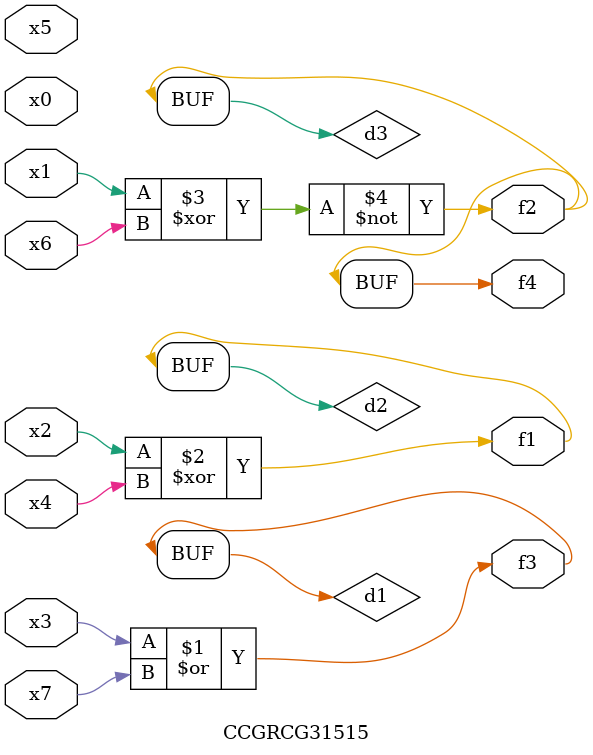
<source format=v>
module CCGRCG31515(
	input x0, x1, x2, x3, x4, x5, x6, x7,
	output f1, f2, f3, f4
);

	wire d1, d2, d3;

	or (d1, x3, x7);
	xor (d2, x2, x4);
	xnor (d3, x1, x6);
	assign f1 = d2;
	assign f2 = d3;
	assign f3 = d1;
	assign f4 = d3;
endmodule

</source>
